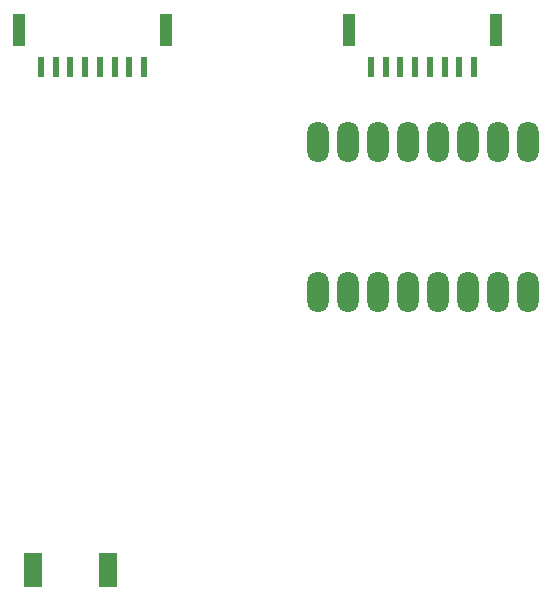
<source format=gtp>
G04 #@! TF.GenerationSoftware,KiCad,Pcbnew,(5.1.9)-1*
G04 #@! TF.CreationDate,2021-04-18T01:44:30-07:00*
G04 #@! TF.ProjectId,UAS_V2,5541535f-5632-42e6-9b69-6361645f7063,rev?*
G04 #@! TF.SameCoordinates,Original*
G04 #@! TF.FileFunction,Paste,Top*
G04 #@! TF.FilePolarity,Positive*
%FSLAX46Y46*%
G04 Gerber Fmt 4.6, Leading zero omitted, Abs format (unit mm)*
G04 Created by KiCad (PCBNEW (5.1.9)-1) date 2021-04-18 01:44:30*
%MOMM*%
%LPD*%
G01*
G04 APERTURE LIST*
%ADD10O,1.800000X3.500000*%
%ADD11R,0.600000X1.700000*%
%ADD12R,1.000000X2.700000*%
%ADD13R,1.500000X3.000000*%
G04 APERTURE END LIST*
D10*
X172720000Y-90170000D03*
X170180000Y-90170000D03*
X167640000Y-90170000D03*
X165100000Y-90170000D03*
X162560000Y-90170000D03*
X160020000Y-90170000D03*
X157480000Y-90170000D03*
X154940000Y-90170000D03*
X172720000Y-102870000D03*
X170180000Y-102870000D03*
X167640000Y-102870000D03*
X165100000Y-102870000D03*
X162560000Y-102870000D03*
X160020000Y-102870000D03*
X157480000Y-102870000D03*
X154940000Y-102870000D03*
D11*
X136515000Y-83820000D03*
X135265000Y-83820000D03*
X134015000Y-83820000D03*
X132765000Y-83820000D03*
X137765000Y-83820000D03*
X139015000Y-83820000D03*
X140265000Y-83820000D03*
X131515000Y-83820000D03*
D12*
X142115000Y-80620000D03*
X129665000Y-80620000D03*
D11*
X164455000Y-83820000D03*
X163205000Y-83820000D03*
X161955000Y-83820000D03*
X160705000Y-83820000D03*
X165705000Y-83820000D03*
X166955000Y-83820000D03*
X168205000Y-83820000D03*
X159455000Y-83820000D03*
D12*
X170055000Y-80620000D03*
X157605000Y-80620000D03*
D13*
X130810000Y-126365000D03*
X137160000Y-126365000D03*
M02*

</source>
